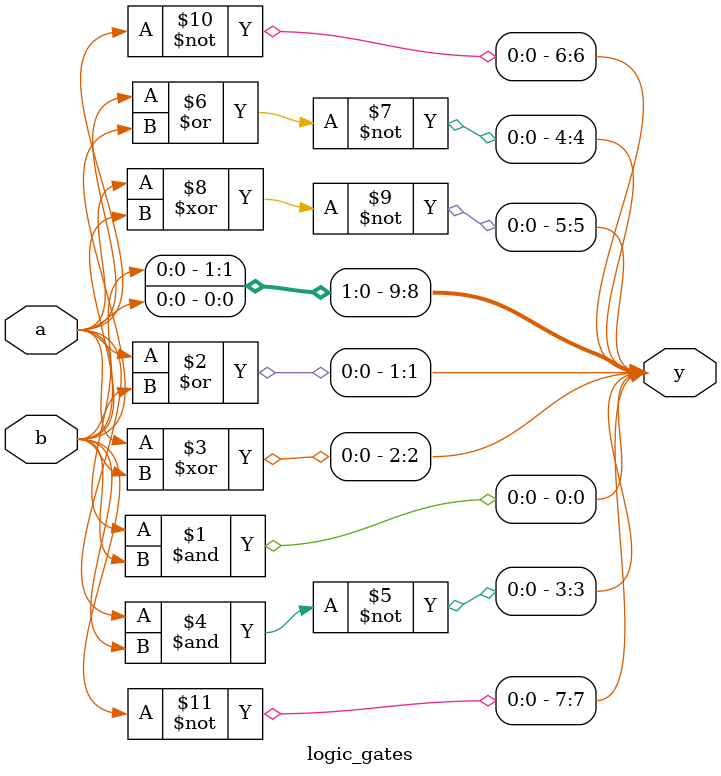
<source format=v>
module logic_gates(a,b,y);

	input a,b;
	output [9:0]y;

	assign y[0]=a&b;//And Gate
	assign y[1]=a|b;//Or Gate
	assign y[2]=a^b;//EX-or Gate
	assign y[3]=~(a&b);//Nand Gate
	assign y[4]=~(a|b);//Nor Gate
	assign y[5]=~(a^b);//Ex-Nor Gate
	assign y[6]=~a;//Not of a
	assign y[7]=~b;//Not of b
	assign y[8]=a;//Buffer of a
	assign y[9]=b;//Buffer of b
endmodule

	

</source>
